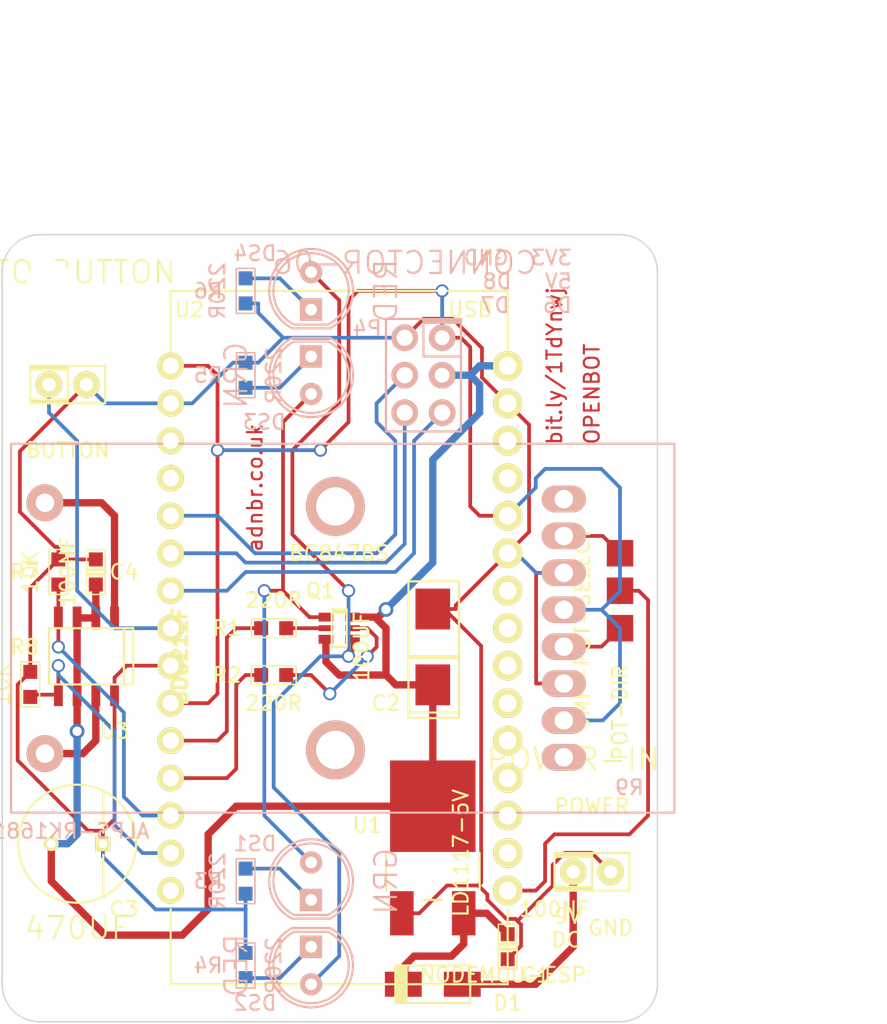
<source format=kicad_pcb>
(kicad_pcb (version 20171130) (host pcbnew "(5.1.12)-1")

  (general
    (thickness 1.6)
    (drawings 16)
    (tracks 261)
    (zones 0)
    (modules 30)
    (nets 27)
  )

  (page A3)
  (layers
    (0 F.Cu signal)
    (31 B.Cu signal)
    (32 B.Adhes user hide)
    (33 F.Adhes user hide)
    (34 B.Paste user)
    (35 F.Paste user)
    (36 B.SilkS user hide)
    (37 F.SilkS user hide)
    (38 B.Mask user)
    (39 F.Mask user)
    (40 Dwgs.User user)
    (41 Cmts.User user)
    (42 Eco1.User user)
    (43 Eco2.User user)
    (44 Edge.Cuts user)
  )

  (setup
    (last_trace_width 0.254)
    (trace_clearance 0.254)
    (zone_clearance 0.254)
    (zone_45_only no)
    (trace_min 0.254)
    (via_size 0.889)
    (via_drill 0.635)
    (via_min_size 0.889)
    (via_min_drill 0.508)
    (uvia_size 0.508)
    (uvia_drill 0.127)
    (uvias_allowed no)
    (uvia_min_size 0.508)
    (uvia_min_drill 0.127)
    (edge_width 0.1)
    (segment_width 0.2)
    (pcb_text_width 0.3)
    (pcb_text_size 1.5 1.5)
    (mod_edge_width 0.15)
    (mod_text_size 1 1)
    (mod_text_width 0.15)
    (pad_size 1.8 1.8)
    (pad_drill 0)
    (pad_to_mask_clearance 0)
    (aux_axis_origin 0 0)
    (visible_elements 7FFFFFFF)
    (pcbplotparams
      (layerselection 0x010f0_80000001)
      (usegerberextensions true)
      (usegerberattributes true)
      (usegerberadvancedattributes true)
      (creategerberjobfile true)
      (excludeedgelayer true)
      (linewidth 0.150000)
      (plotframeref false)
      (viasonmask false)
      (mode 1)
      (useauxorigin false)
      (hpglpennumber 1)
      (hpglpenspeed 20)
      (hpglpendiameter 15.000000)
      (psnegative false)
      (psa4output false)
      (plotreference true)
      (plotvalue false)
      (plotinvisibletext false)
      (padsonsilk false)
      (subtractmaskfromsilk true)
      (outputformat 1)
      (mirror false)
      (drillshape 0)
      (scaleselection 1)
      (outputdirectory "gerber/"))
  )

  (net 0 "")
  (net 1 +5V)
  (net 2 /MOTOR-A)
  (net 3 /MOTOR-B)
  (net 4 3V3)
  (net 5 GND)
  (net 6 LED-GREEN)
  (net 7 LED-RED)
  (net 8 MOTOR-FWD)
  (net 9 MOTOR-REV)
  (net 10 N-000001)
  (net 11 N-0000010)
  (net 12 N-0000011)
  (net 13 N-0000012)
  (net 14 N-0000015)
  (net 15 N-0000016)
  (net 16 N-0000017)
  (net 17 N-0000018)
  (net 18 N-000002)
  (net 19 N-0000021)
  (net 20 N-0000022)
  (net 21 N-0000023)
  (net 22 N-0000024)
  (net 23 N-000003)
  (net 24 N-000004)
  (net 25 N-000007)
  (net 26 N-000009)

  (net_class Default "This is the default net class."
    (clearance 0.254)
    (trace_width 0.254)
    (via_dia 0.889)
    (via_drill 0.635)
    (uvia_dia 0.508)
    (uvia_drill 0.127)
    (add_net 3V3)
    (add_net GND)
    (add_net LED-GREEN)
    (add_net LED-RED)
    (add_net MOTOR-FWD)
    (add_net MOTOR-REV)
    (add_net N-000001)
    (add_net N-0000010)
    (add_net N-0000011)
    (add_net N-0000015)
    (add_net N-0000016)
    (add_net N-0000017)
    (add_net N-0000018)
    (add_net N-000002)
    (add_net N-0000021)
    (add_net N-0000022)
    (add_net N-0000023)
    (add_net N-0000024)
    (add_net N-000003)
    (add_net N-000007)
    (add_net N-000009)
  )

  (net_class Power ""
    (clearance 0.254)
    (trace_width 0.5)
    (via_dia 1)
    (via_drill 0.635)
    (uvia_dia 0.508)
    (uvia_drill 0.127)
    (add_net +5V)
    (add_net /MOTOR-A)
    (add_net /MOTOR-B)
    (add_net N-0000012)
    (add_net N-000004)
  )

  (module TO-252 (layer F.Cu) (tedit 56D1E600) (tstamp 56D1B0BD)
    (at 76.2 90.17 270)
    (tags DPAK)
    (path /56B2017A)
    (fp_text reference U1 (at -1.905 4.445) (layer F.SilkS)
      (effects (font (size 1 1) (thickness 0.15)))
    )
    (fp_text value LD1117-5V (at 0 -1.905 270) (layer F.SilkS)
      (effects (font (size 1 1) (thickness 0.15)))
    )
    (fp_line (start 0 -3.175) (end 2.54 -3.175) (layer F.SilkS) (width 0.15))
    (fp_line (start 0 3.175) (end 2.54 3.175) (layer F.SilkS) (width 0.15))
    (fp_line (start 3.175 -0.635) (end 3.175 0.635) (layer F.SilkS) (width 0.15))
    (pad 2 smd rect (at -3.175 0 270) (size 6.2 5.8) (layers F.Cu F.Paste F.Mask)
      (net 1 +5V))
    (pad 3 smd rect (at 4.08 -2.1 270) (size 3 1.6) (layers F.Cu F.Paste F.Mask)
      (net 13 N-0000012))
    (pad 1 smd rect (at 4.08 2.1 270) (size 3 1.6) (layers F.Cu F.Paste F.Mask)
      (net 5 GND))
  )

  (module SOP-8 (layer F.Cu) (tedit 56D1E6B2) (tstamp 56D1B0DA)
    (at 52.705 76.835 270)
    (path /56B21BE6)
    (fp_text reference U3 (at 5.08 -1.905) (layer F.SilkS)
      (effects (font (size 1 1) (thickness 0.15)))
    )
    (fp_text value BD6211F (at 0 -6.35 270) (layer F.SilkS)
      (effects (font (size 1 1) (thickness 0.25)))
    )
    (fp_line (start -1.905 -2.54) (end 1.905 -2.54) (layer F.SilkS) (width 0.15))
    (fp_line (start -1.905 -3.175) (end -1.905 -2.54) (layer F.SilkS) (width 0.15))
    (fp_line (start -1.905 2.54) (end -1.905 -3.175) (layer F.SilkS) (width 0.15))
    (fp_line (start 1.905 2.54) (end -1.905 2.54) (layer F.SilkS) (width 0.15))
    (fp_line (start 1.905 -3.175) (end 1.905 2.54) (layer F.SilkS) (width 0.15))
    (fp_line (start -1.905 -3.175) (end 1.905 -3.175) (layer F.SilkS) (width 0.15))
    (pad 1 smd rect (at -2.6 -1.905) (size 0.6 1.55) (layers F.Cu F.Paste F.Mask)
      (net 2 /MOTOR-A))
    (pad 2 smd rect (at -2.6 -0.635) (size 0.6 1.55) (layers F.Cu F.Paste F.Mask)
      (net 1 +5V))
    (pad 3 smd rect (at -2.6 0.635) (size 0.6 1.55) (layers F.Cu F.Paste F.Mask)
      (net 1 +5V))
    (pad 4 smd rect (at -2.6 1.905) (size 0.6 1.55) (layers F.Cu F.Paste F.Mask)
      (net 8 MOTOR-FWD))
    (pad 5 smd rect (at 2.6 1.905) (size 0.6 1.55) (layers F.Cu F.Paste F.Mask)
      (net 9 MOTOR-REV))
    (pad 6 smd rect (at 2.6 0.635) (size 0.6 1.55) (layers F.Cu F.Paste F.Mask)
      (net 1 +5V))
    (pad 7 smd rect (at 2.6 -0.635) (size 0.6 1.55) (layers F.Cu F.Paste F.Mask)
      (net 3 /MOTOR-B))
    (pad 8 smd rect (at 2.6 -1.905) (size 0.6 1.55) (layers F.Cu F.Paste F.Mask)
      (net 5 GND))
  )

  (module RESISTOR-0603-REFLOW (layer F.Cu) (tedit 56D1E5D5) (tstamp 56D1B0E4)
    (at 65.405 78.105 180)
    (path /56BBB4E0)
    (solder_mask_margin 0.1)
    (fp_text reference R2 (at 3.175 0 180) (layer F.SilkS)
      (effects (font (size 1 1) (thickness 0.15)))
    )
    (fp_text value 220R (at 0 -1.905 180) (layer F.SilkS)
      (effects (font (size 1 1) (thickness 0.15)))
    )
    (fp_line (start -1.524 0.635) (end -1.524 -0.635) (layer F.SilkS) (width 0.1))
    (fp_line (start 1.524 0.635) (end -1.524 0.635) (layer F.SilkS) (width 0.1))
    (fp_line (start 1.524 -0.635) (end 1.524 0.635) (layer F.SilkS) (width 0.1))
    (fp_line (start -1.524 -0.635) (end 1.524 -0.635) (layer F.SilkS) (width 0.1))
    (pad 1 smd rect (at -0.85 0 180) (size 0.95 0.95) (layers F.Cu F.Paste F.Mask)
      (net 11 N-0000010) (solder_mask_margin 0.1))
    (pad 2 smd rect (at 0.85 0 180) (size 0.95 0.95) (layers F.Cu F.Paste F.Mask)
      (net 7 LED-RED) (solder_paste_margin 0.1))
  )

  (module RESISTOR-0603-REFLOW (layer F.Cu) (tedit 56D1E5DB) (tstamp 56D1B0EE)
    (at 65.405 74.93 180)
    (path /56BBB6A2)
    (solder_mask_margin 0.1)
    (fp_text reference R1 (at 3.175 0 180) (layer F.SilkS)
      (effects (font (size 1 1) (thickness 0.15)))
    )
    (fp_text value 220R (at 0 1.905 180) (layer F.SilkS)
      (effects (font (size 1 1) (thickness 0.15)))
    )
    (fp_line (start -1.524 0.635) (end -1.524 -0.635) (layer F.SilkS) (width 0.1))
    (fp_line (start 1.524 0.635) (end -1.524 0.635) (layer F.SilkS) (width 0.1))
    (fp_line (start 1.524 -0.635) (end 1.524 0.635) (layer F.SilkS) (width 0.1))
    (fp_line (start -1.524 -0.635) (end 1.524 -0.635) (layer F.SilkS) (width 0.1))
    (pad 1 smd rect (at -0.85 0 180) (size 0.95 0.95) (layers F.Cu F.Paste F.Mask)
      (net 12 N-0000011) (solder_mask_margin 0.1))
    (pad 2 smd rect (at 0.85 0 180) (size 0.95 0.95) (layers F.Cu F.Paste F.Mask)
      (net 6 LED-GREEN) (solder_paste_margin 0.1))
  )

  (module RESISTOR-0603-REFLOW (layer B.Cu) (tedit 56D1E687) (tstamp 56D1B0F8)
    (at 63.5 92.075 90)
    (path /56BBB687)
    (solder_mask_margin 0.1)
    (fp_text reference R3 (at 0 -2.54 180) (layer B.SilkS)
      (effects (font (size 1 1) (thickness 0.15)) (justify mirror))
    )
    (fp_text value 220R (at 0 -1.905 90) (layer B.SilkS)
      (effects (font (size 1 1) (thickness 0.15)) (justify mirror))
    )
    (fp_line (start -1.524 -0.635) (end -1.524 0.635) (layer B.SilkS) (width 0.1))
    (fp_line (start 1.524 -0.635) (end -1.524 -0.635) (layer B.SilkS) (width 0.1))
    (fp_line (start 1.524 0.635) (end 1.524 -0.635) (layer B.SilkS) (width 0.1))
    (fp_line (start -1.524 0.635) (end 1.524 0.635) (layer B.SilkS) (width 0.1))
    (pad 1 smd rect (at -0.85 0 90) (size 0.95 0.95) (layers B.Cu B.Paste B.Mask)
      (net 5 GND) (solder_mask_margin 0.1))
    (pad 2 smd rect (at 0.85 0 90) (size 0.95 0.95) (layers B.Cu B.Paste B.Mask)
      (net 20 N-0000022) (solder_paste_margin 0.1))
  )

  (module RESISTOR-0603-REFLOW (layer B.Cu) (tedit 56D1E6E4) (tstamp 56D1B102)
    (at 63.5 57.785 270)
    (path /56BBB673)
    (solder_mask_margin 0.1)
    (fp_text reference R5 (at 0 2.54) (layer B.SilkS)
      (effects (font (size 1 1) (thickness 0.15)) (justify mirror))
    )
    (fp_text value 220R (at 0 -1.905 270) (layer B.SilkS)
      (effects (font (size 1 1) (thickness 0.15)) (justify mirror))
    )
    (fp_line (start -1.524 -0.635) (end -1.524 0.635) (layer B.SilkS) (width 0.1))
    (fp_line (start 1.524 -0.635) (end -1.524 -0.635) (layer B.SilkS) (width 0.1))
    (fp_line (start 1.524 0.635) (end 1.524 -0.635) (layer B.SilkS) (width 0.1))
    (fp_line (start -1.524 0.635) (end 1.524 0.635) (layer B.SilkS) (width 0.1))
    (pad 1 smd rect (at -0.85 0 270) (size 0.95 0.95) (layers B.Cu B.Paste B.Mask)
      (net 5 GND) (solder_mask_margin 0.1))
    (pad 2 smd rect (at 0.85 0 270) (size 0.95 0.95) (layers B.Cu B.Paste B.Mask)
      (net 21 N-0000023) (solder_paste_margin 0.1))
  )

  (module RESISTOR-0603-REFLOW (layer B.Cu) (tedit 56D1E682) (tstamp 56D1B10C)
    (at 63.5 97.79 270)
    (path /56BBB296)
    (solder_mask_margin 0.1)
    (fp_text reference R4 (at 0 2.54) (layer B.SilkS)
      (effects (font (size 1 1) (thickness 0.15)) (justify mirror))
    )
    (fp_text value 220R (at 0 -1.905 270) (layer B.SilkS)
      (effects (font (size 1 1) (thickness 0.15)) (justify mirror))
    )
    (fp_line (start -1.524 -0.635) (end -1.524 0.635) (layer B.SilkS) (width 0.1))
    (fp_line (start 1.524 -0.635) (end -1.524 -0.635) (layer B.SilkS) (width 0.1))
    (fp_line (start 1.524 0.635) (end 1.524 -0.635) (layer B.SilkS) (width 0.1))
    (fp_line (start -1.524 0.635) (end 1.524 0.635) (layer B.SilkS) (width 0.1))
    (pad 1 smd rect (at -0.85 0 270) (size 0.95 0.95) (layers B.Cu B.Paste B.Mask)
      (net 5 GND) (solder_mask_margin 0.1))
    (pad 2 smd rect (at 0.85 0 270) (size 0.95 0.95) (layers B.Cu B.Paste B.Mask)
      (net 15 N-0000016) (solder_paste_margin 0.1))
  )

  (module RESISTOR-0603-REFLOW (layer B.Cu) (tedit 56D1E6DD) (tstamp 56D1B116)
    (at 63.5 52.07 90)
    (path /56BBB102)
    (solder_mask_margin 0.1)
    (fp_text reference R6 (at 0 -2.54 180) (layer B.SilkS)
      (effects (font (size 1 1) (thickness 0.15)) (justify mirror))
    )
    (fp_text value 220R (at 0 -1.905 90) (layer B.SilkS)
      (effects (font (size 1 1) (thickness 0.15)) (justify mirror))
    )
    (fp_line (start -1.524 -0.635) (end -1.524 0.635) (layer B.SilkS) (width 0.1))
    (fp_line (start 1.524 -0.635) (end -1.524 -0.635) (layer B.SilkS) (width 0.1))
    (fp_line (start 1.524 0.635) (end 1.524 -0.635) (layer B.SilkS) (width 0.1))
    (fp_line (start -1.524 0.635) (end 1.524 0.635) (layer B.SilkS) (width 0.1))
    (pad 1 smd rect (at -0.85 0 90) (size 0.95 0.95) (layers B.Cu B.Paste B.Mask)
      (net 5 GND) (solder_mask_margin 0.1))
    (pad 2 smd rect (at 0.85 0 90) (size 0.95 0.95) (layers B.Cu B.Paste B.Mask)
      (net 16 N-0000017) (solder_paste_margin 0.1))
  )

  (module RESISTOR-0603-REFLOW (layer F.Cu) (tedit 56D2158C) (tstamp 56D1B120)
    (at 50.8 71.12 270)
    (path /56B66550)
    (solder_mask_margin 0.1)
    (fp_text reference R7 (at 0 2.286) (layer F.SilkS)
      (effects (font (size 1 1) (thickness 0.15)))
    )
    (fp_text value 10K (at 0 1.905 270) (layer F.SilkS)
      (effects (font (size 1 1) (thickness 0.15)))
    )
    (fp_line (start -1.524 0.635) (end -1.524 -0.635) (layer F.SilkS) (width 0.1))
    (fp_line (start 1.524 0.635) (end -1.524 0.635) (layer F.SilkS) (width 0.1))
    (fp_line (start 1.524 -0.635) (end 1.524 0.635) (layer F.SilkS) (width 0.1))
    (fp_line (start -1.524 -0.635) (end 1.524 -0.635) (layer F.SilkS) (width 0.1))
    (pad 1 smd rect (at -0.85 0 270) (size 0.95 0.95) (layers F.Cu F.Paste F.Mask)
      (net 5 GND) (solder_mask_margin 0.1))
    (pad 2 smd rect (at 0.85 0 270) (size 0.95 0.95) (layers F.Cu F.Paste F.Mask)
      (net 8 MOTOR-FWD) (solder_paste_margin 0.1))
  )

  (module RESISTOR-0603-REFLOW (layer F.Cu) (tedit 56D21587) (tstamp 56D1B12A)
    (at 48.895 78.74 270)
    (path /56B66556)
    (solder_mask_margin 0.1)
    (fp_text reference R8 (at -2.54 0.381) (layer F.SilkS)
      (effects (font (size 1 1) (thickness 0.15)))
    )
    (fp_text value 10K (at 0 1.905 270) (layer F.SilkS)
      (effects (font (size 1 1) (thickness 0.15)))
    )
    (fp_line (start -1.524 0.635) (end -1.524 -0.635) (layer F.SilkS) (width 0.1))
    (fp_line (start 1.524 0.635) (end -1.524 0.635) (layer F.SilkS) (width 0.1))
    (fp_line (start 1.524 -0.635) (end 1.524 0.635) (layer F.SilkS) (width 0.1))
    (fp_line (start -1.524 -0.635) (end 1.524 -0.635) (layer F.SilkS) (width 0.1))
    (pad 1 smd rect (at -0.85 0 270) (size 0.95 0.95) (layers F.Cu F.Paste F.Mask)
      (net 5 GND) (solder_mask_margin 0.1))
    (pad 2 smd rect (at 0.85 0 270) (size 0.95 0.95) (layers F.Cu F.Paste F.Mask)
      (net 9 MOTOR-REV) (solder_paste_margin 0.1))
  )

  (module NODEMCU-DEVKIT (layer F.Cu) (tedit 56D20EF3) (tstamp 56D1B153)
    (at 81.28 92.71 180)
    (path /56BBBA62)
    (fp_text reference U2 (at 21.59 39.37 180) (layer F.SilkS)
      (effects (font (size 1 1) (thickness 0.15)))
    )
    (fp_text value NODEMCU-ESP12 (at -0.635 -5.715 180) (layer F.SilkS)
      (effects (font (size 1 1) (thickness 0.15)))
    )
    (fp_line (start 22.86 -6.35) (end 0 -6.35) (layer F.SilkS) (width 0.15))
    (fp_line (start 0 -6.35) (end 0 -1.27) (layer F.SilkS) (width 0.15))
    (fp_line (start 22.86 -6.35) (end 22.86 -1.27) (layer F.SilkS) (width 0.15))
    (fp_line (start 0 40.64) (end 0 35.56) (layer F.SilkS) (width 0.15))
    (fp_line (start 22.86 40.64) (end 0 40.64) (layer F.SilkS) (width 0.15))
    (fp_line (start 22.86 35.56) (end 22.86 40.64) (layer F.SilkS) (width 0.15))
    (fp_text user USB (at 2.54 39.37 180) (layer F.SilkS)
      (effects (font (size 1 1) (thickness 0.15)))
    )
    (pad 1 thru_hole circle (at 0 0 180) (size 2 2) (drill 1.2) (layers *.Cu *.Mask F.SilkS)
      (net 10 N-000001))
    (pad 2 thru_hole circle (at 0 2.54 180) (size 2 2) (drill 1.2) (layers *.Cu *.Mask F.SilkS))
    (pad 3 thru_hole circle (at 0 5.08 180) (size 2 2) (drill 1.2) (layers *.Cu *.Mask F.SilkS))
    (pad 4 thru_hole circle (at 0 7.62 180) (size 2 2) (drill 1.2) (layers *.Cu *.Mask F.SilkS))
    (pad 5 thru_hole circle (at 0 10.16 180) (size 2 2) (drill 1.2) (layers *.Cu *.Mask F.SilkS))
    (pad 6 thru_hole circle (at 0 12.7 180) (size 2 2) (drill 1.2) (layers *.Cu *.Mask F.SilkS))
    (pad 7 thru_hole circle (at 0 15.24 180) (size 2 2) (drill 1.2) (layers *.Cu *.Mask F.SilkS))
    (pad 8 thru_hole circle (at 0 17.78 180) (size 2 2) (drill 1.2) (layers *.Cu *.Mask F.SilkS))
    (pad 9 thru_hole circle (at 0 20.32 180) (size 2 2) (drill 1.2) (layers *.Cu *.Mask F.SilkS))
    (pad 10 thru_hole circle (at 0 22.86 180) (size 2 2) (drill 1.2) (layers *.Cu *.Mask F.SilkS)
      (net 5 GND))
    (pad 11 thru_hole circle (at 0 25.4 180) (size 2 2) (drill 1.2) (layers *.Cu *.Mask F.SilkS)
      (net 4 3V3))
    (pad 12 thru_hole circle (at 0 27.94 180) (size 2 2) (drill 1.2) (layers *.Cu *.Mask F.SilkS))
    (pad 13 thru_hole circle (at 0 30.48 180) (size 2 2) (drill 1.2) (layers *.Cu *.Mask F.SilkS))
    (pad 14 thru_hole circle (at 0 33.02 180) (size 2 2) (drill 1.2) (layers *.Cu *.Mask F.SilkS)
      (net 5 GND))
    (pad 15 thru_hole circle (at 0 35.56 180) (size 2 2) (drill 1.2) (layers *.Cu *.Mask F.SilkS)
      (net 1 +5V))
    (pad 16 thru_hole circle (at 22.86 35.56 180) (size 1.8 1.8) (drill 1.1) (layers *.Cu *.Mask F.SilkS)
      (net 4 3V3))
    (pad 17 thru_hole circle (at 22.86 33.02 180) (size 1.8 1.8) (drill 1.1) (layers *.Cu *.Mask F.SilkS)
      (net 5 GND))
    (pad 18 thru_hole circle (at 22.86 30.48 180) (size 1.8 1.8) (drill 1.1) (layers *.Cu *.Mask F.SilkS))
    (pad 19 thru_hole circle (at 22.86 27.94 180) (size 1.8 1.8) (drill 1.1) (layers *.Cu *.Mask F.SilkS))
    (pad 20 thru_hole circle (at 22.86 25.4 180) (size 1.8 1.8) (drill 1.1) (layers *.Cu *.Mask F.SilkS)
      (net 14 N-0000015))
    (pad 21 thru_hole circle (at 22.86 22.86 180) (size 1.8 1.8) (drill 1.1) (layers *.Cu *.Mask F.SilkS)
      (net 26 N-000009))
    (pad 22 thru_hole circle (at 22.86 20.32 180) (size 1.8 1.8) (drill 1.1) (layers *.Cu *.Mask F.SilkS)
      (net 25 N-000007))
    (pad 23 thru_hole circle (at 22.86 17.78 180) (size 1.8 1.8) (drill 1.1) (layers *.Cu *.Mask F.SilkS)
      (net 19 N-0000021))
    (pad 24 thru_hole circle (at 22.86 15.24 180) (size 1.8 1.8) (drill 1.1) (layers *.Cu *.Mask F.SilkS)
      (net 5 GND))
    (pad 25 thru_hole circle (at 22.86 12.7 180) (size 1.8 1.8) (drill 1.1) (layers *.Cu *.Mask F.SilkS)
      (net 4 3V3))
    (pad 26 thru_hole circle (at 22.86 10.16 180) (size 1.8 1.8) (drill 1.1) (layers *.Cu *.Mask F.SilkS)
      (net 6 LED-GREEN))
    (pad 27 thru_hole circle (at 22.86 7.62 180) (size 1.8 1.8) (drill 1.1) (layers *.Cu *.Mask F.SilkS)
      (net 7 LED-RED))
    (pad 28 thru_hole circle (at 22.86 5.08 180) (size 1.8 1.8) (drill 1.1) (layers *.Cu *.Mask F.SilkS)
      (net 8 MOTOR-FWD))
    (pad 29 thru_hole circle (at 22.86 2.54 180) (size 1.8 1.8) (drill 1.1) (layers *.Cu *.Mask F.SilkS)
      (net 9 MOTOR-REV))
    (pad 30 thru_hole circle (at 22.86 0 180) (size 1.8 1.8) (drill 1.1) (layers *.Cu *.Mask F.SilkS))
  )

  (module LED-5MM (layer B.Cu) (tedit 56D1E6D7) (tstamp 56D1B15D)
    (at 67.945 57.785 270)
    (path /56BBA5C3)
    (fp_text reference DS3 (at 3.175 3.175) (layer B.SilkS)
      (effects (font (size 1 1) (thickness 0.15)) (justify mirror))
    )
    (fp_text value GRN (at 0 5.08 270) (layer B.SilkS)
      (effects (font (size 1.5 1.5) (thickness 0.15)) (justify mirror))
    )
    (fp_line (start -2.286 1.143) (end -2.286 -1.143) (layer B.SilkS) (width 0.15))
    (fp_line (start -2.54 1.27) (end -2.54 -1.27) (layer B.SilkS) (width 0.15))
    (fp_arc (start 0 0) (end -2.54 1.27) (angle -307) (layer B.SilkS) (width 0.15))
    (fp_arc (start 0 0) (end -2.286 1.143) (angle -307) (layer B.SilkS) (width 0.15))
    (pad C thru_hole rect (at -1.27 0 270) (size 1.5 1.5) (drill 0.8) (layers *.Cu *.Mask B.SilkS)
      (net 21 N-0000023))
    (pad A thru_hole circle (at 1.27 0 270) (size 1.5 1.5) (drill 0.8) (layers *.Cu *.Mask B.SilkS)
      (net 17 N-0000018))
  )

  (module LED-5MM (layer B.Cu) (tedit 56D1E6EE) (tstamp 56D1B167)
    (at 67.945 52.07 90)
    (path /56BBA5E6)
    (fp_text reference DS4 (at 2.54 -3.81 180) (layer B.SilkS)
      (effects (font (size 1 1) (thickness 0.15)) (justify mirror))
    )
    (fp_text value RED (at 0 5.08 90) (layer B.SilkS)
      (effects (font (size 1.5 1.5) (thickness 0.15)) (justify mirror))
    )
    (fp_line (start -2.286 1.143) (end -2.286 -1.143) (layer B.SilkS) (width 0.15))
    (fp_line (start -2.54 1.27) (end -2.54 -1.27) (layer B.SilkS) (width 0.15))
    (fp_arc (start 0 0) (end -2.54 1.27) (angle -307) (layer B.SilkS) (width 0.15))
    (fp_arc (start 0 0) (end -2.286 1.143) (angle -307) (layer B.SilkS) (width 0.15))
    (pad C thru_hole rect (at -1.27 0 90) (size 1.5 1.5) (drill 0.8) (layers *.Cu *.Mask B.SilkS)
      (net 16 N-0000017))
    (pad A thru_hole circle (at 1.27 0 90) (size 1.5 1.5) (drill 0.8) (layers *.Cu *.Mask B.SilkS)
      (net 22 N-0000024))
  )

  (module LED-5MM (layer B.Cu) (tedit 56D1E67B) (tstamp 56D1B171)
    (at 67.945 97.79 270)
    (path /56BBA5E0)
    (fp_text reference DS2 (at 2.54 3.81) (layer B.SilkS)
      (effects (font (size 1 1) (thickness 0.15)) (justify mirror))
    )
    (fp_text value RED (at 0 5.08 270) (layer B.SilkS)
      (effects (font (size 1.5 1.5) (thickness 0.15)) (justify mirror))
    )
    (fp_line (start -2.286 1.143) (end -2.286 -1.143) (layer B.SilkS) (width 0.15))
    (fp_line (start -2.54 1.27) (end -2.54 -1.27) (layer B.SilkS) (width 0.15))
    (fp_arc (start 0 0) (end -2.54 1.27) (angle -307) (layer B.SilkS) (width 0.15))
    (fp_arc (start 0 0) (end -2.286 1.143) (angle -307) (layer B.SilkS) (width 0.15))
    (pad C thru_hole rect (at -1.27 0 270) (size 1.5 1.5) (drill 0.8) (layers *.Cu *.Mask B.SilkS)
      (net 15 N-0000016))
    (pad A thru_hole circle (at 1.27 0 270) (size 1.5 1.5) (drill 0.8) (layers *.Cu *.Mask B.SilkS)
      (net 22 N-0000024))
  )

  (module LED-5MM (layer B.Cu) (tedit 56D1E69D) (tstamp 56D1B17B)
    (at 67.945 92.075 90)
    (path /56BBA5DA)
    (fp_text reference DS1 (at 2.54 -3.81 180) (layer B.SilkS)
      (effects (font (size 1 1) (thickness 0.15)) (justify mirror))
    )
    (fp_text value GRN (at 0 5.08 90) (layer B.SilkS)
      (effects (font (size 1.5 1.5) (thickness 0.15)) (justify mirror))
    )
    (fp_line (start -2.286 1.143) (end -2.286 -1.143) (layer B.SilkS) (width 0.15))
    (fp_line (start -2.54 1.27) (end -2.54 -1.27) (layer B.SilkS) (width 0.15))
    (fp_arc (start 0 0) (end -2.54 1.27) (angle -307) (layer B.SilkS) (width 0.15))
    (fp_arc (start 0 0) (end -2.286 1.143) (angle -307) (layer B.SilkS) (width 0.15))
    (pad C thru_hole rect (at -1.27 0 90) (size 1.5 1.5) (drill 0.8) (layers *.Cu *.Mask B.SilkS)
      (net 20 N-0000022))
    (pad A thru_hole circle (at 1.27 0 90) (size 1.5 1.5) (drill 0.8) (layers *.Cu *.Mask B.SilkS)
      (net 17 N-0000018))
  )

  (module DIODE-SMA (layer F.Cu) (tedit 56D1E61A) (tstamp 56D1B18C)
    (at 76.2 99.06 180)
    (path /56B24872)
    (fp_text reference D1 (at -5.08 -1.27 180) (layer F.SilkS)
      (effects (font (size 1 1) (thickness 0.15)))
    )
    (fp_text value S1A-127 (at 0 -5.08 180) (layer F.SilkS)
      (effects (font (size 1 1) (thickness 0.15)))
    )
    (fp_line (start -2.54 1.27) (end -2.54 -1.27) (layer F.SilkS) (width 0.15))
    (fp_line (start 2.54 1.27) (end -2.54 1.27) (layer F.SilkS) (width 0.15))
    (fp_line (start 2.54 -1.27) (end 2.54 1.27) (layer F.SilkS) (width 0.15))
    (fp_line (start -2.54 -1.27) (end 2.54 -1.27) (layer F.SilkS) (width 0.15))
    (fp_line (start 2.286 -1.27) (end 2.286 1.27) (layer F.SilkS) (width 0.15))
    (fp_line (start 1.778 -1.27) (end 1.778 1.27) (layer F.SilkS) (width 0.15))
    (fp_line (start 2.032 -1.27) (end 1.778 -1.27) (layer F.SilkS) (width 0.15))
    (fp_line (start 2.032 1.27) (end 2.032 -1.27) (layer F.SilkS) (width 0.15))
    (fp_line (start 1.905 -1.27) (end 1.905 1.143) (layer F.SilkS) (width 0.15))
    (fp_line (start 2.159 1.143) (end 2.159 -1.143) (layer F.SilkS) (width 0.15))
    (fp_line (start 2.413 -1.27) (end 2.413 1.27) (layer F.SilkS) (width 0.15))
    (pad A smd rect (at -2 0 180) (size 2.5 1.7) (layers F.Cu F.Paste F.Mask)
      (net 24 N-000004))
    (pad C smd rect (at 2 0 180) (size 2.5 1.7) (layers F.Cu F.Paste F.Mask)
      (net 13 N-0000012))
  )

  (module CONN-02 (layer F.Cu) (tedit 56D21025) (tstamp 56D1B200)
    (at 85.725 91.44)
    (path /56B24863)
    (fp_text reference POWER (at 1.27 -4.445) (layer F.SilkS)
      (effects (font (size 1 1) (thickness 0.15)))
    )
    (fp_text value POWER-IN (at 0 -7.62) (layer F.SilkS)
      (effects (font (size 1.5 1.5) (thickness 0.15)))
    )
    (fp_line (start 3.81 -1.27) (end 1.27 -1.27) (layer F.SilkS) (width 0.15))
    (fp_line (start 3.81 1.27) (end 3.81 -1.27) (layer F.SilkS) (width 0.15))
    (fp_line (start 1.27 1.27) (end 3.81 1.27) (layer F.SilkS) (width 0.15))
    (fp_line (start 1.27 -1.27) (end 1.27 1.27) (layer F.SilkS) (width 0.15))
    (fp_line (start -1.27 -1.27) (end 1.27 -1.27) (layer F.SilkS) (width 0.15))
    (fp_line (start -1.27 1.27) (end -1.27 -1.27) (layer F.SilkS) (width 0.15))
    (fp_line (start 1.27 1.27) (end -1.27 1.27) (layer F.SilkS) (width 0.15))
    (fp_line (start -1.27 1.27) (end 1.27 1.27) (layer F.SilkS) (width 0.15))
    (fp_line (start -1.27 0.889) (end -1.27 1.016) (layer F.SilkS) (width 0.15))
    (fp_line (start -1.27 1.016) (end -1.27 0.889) (layer F.SilkS) (width 0.15))
    (fp_line (start -1.143 1.016) (end -1.27 1.016) (layer F.SilkS) (width 0.15))
    (fp_line (start 1.143 1.016) (end -1.143 1.016) (layer F.SilkS) (width 0.15))
    (fp_line (start 1.143 1.143) (end 1.143 1.016) (layer F.SilkS) (width 0.15))
    (fp_line (start -1.143 1.143) (end 1.143 1.143) (layer F.SilkS) (width 0.15))
    (fp_line (start 1.27 -1.016) (end -1.27 -1.016) (layer F.SilkS) (width 0.15))
    (fp_line (start 1.27 -1.143) (end 1.27 -1.016) (layer F.SilkS) (width 0.15))
    (fp_line (start -1.27 -1.143) (end 1.27 -1.143) (layer F.SilkS) (width 0.15))
    (pad 1 thru_hole circle (at 0 0) (size 1.8 1.8) (drill 0.9) (layers *.Cu *.Mask F.SilkS)
      (net 24 N-000004))
    (pad 2 thru_hole circle (at 2.54 0) (size 1.8 1.8) (drill 0.9) (layers *.Cu *.Mask F.SilkS)
      (net 5 GND))
  )

  (module CONN-02 (layer F.Cu) (tedit 56D2102F) (tstamp 56D1B217)
    (at 50.165 58.42)
    (path /56BBAC73)
    (fp_text reference BUTTON (at 1.27 4.445) (layer F.SilkS)
      (effects (font (size 1 1) (thickness 0.15)))
    )
    (fp_text value "JST TO BUTTON" (at 0 -7.62) (layer F.SilkS)
      (effects (font (size 1.5 1.5) (thickness 0.15)))
    )
    (fp_line (start 3.81 -1.27) (end 1.27 -1.27) (layer F.SilkS) (width 0.15))
    (fp_line (start 3.81 1.27) (end 3.81 -1.27) (layer F.SilkS) (width 0.15))
    (fp_line (start 1.27 1.27) (end 3.81 1.27) (layer F.SilkS) (width 0.15))
    (fp_line (start 1.27 -1.27) (end 1.27 1.27) (layer F.SilkS) (width 0.15))
    (fp_line (start -1.27 -1.27) (end 1.27 -1.27) (layer F.SilkS) (width 0.15))
    (fp_line (start -1.27 1.27) (end -1.27 -1.27) (layer F.SilkS) (width 0.15))
    (fp_line (start 1.27 1.27) (end -1.27 1.27) (layer F.SilkS) (width 0.15))
    (fp_line (start -1.27 1.27) (end 1.27 1.27) (layer F.SilkS) (width 0.15))
    (fp_line (start -1.27 0.889) (end -1.27 1.016) (layer F.SilkS) (width 0.15))
    (fp_line (start -1.27 1.016) (end -1.27 0.889) (layer F.SilkS) (width 0.15))
    (fp_line (start -1.143 1.016) (end -1.27 1.016) (layer F.SilkS) (width 0.15))
    (fp_line (start 1.143 1.016) (end -1.143 1.016) (layer F.SilkS) (width 0.15))
    (fp_line (start 1.143 1.143) (end 1.143 1.016) (layer F.SilkS) (width 0.15))
    (fp_line (start -1.143 1.143) (end 1.143 1.143) (layer F.SilkS) (width 0.15))
    (fp_line (start 1.27 -1.016) (end -1.27 -1.016) (layer F.SilkS) (width 0.15))
    (fp_line (start 1.27 -1.143) (end 1.27 -1.016) (layer F.SilkS) (width 0.15))
    (fp_line (start -1.27 -1.143) (end 1.27 -1.143) (layer F.SilkS) (width 0.15))
    (pad 1 thru_hole circle (at 0 0) (size 1.8 1.8) (drill 0.9) (layers *.Cu *.Mask F.SilkS)
      (net 19 N-0000021))
    (pad 2 thru_hole circle (at 2.54 0) (size 1.8 1.8) (drill 0.9) (layers *.Cu *.Mask F.SilkS)
      (net 5 GND))
  )

  (module CAPACITOR-POL-D_8MMxP_3.5MM (layer F.Cu) (tedit 56D21209) (tstamp 56D1B220)
    (at 52.07 89.535)
    (path /56B21671)
    (fp_text reference C3 (at 3.175 4.445) (layer F.SilkS)
      (effects (font (size 1 1) (thickness 0.15)))
    )
    (fp_text value 470UF (at 0 5.715) (layer F.SilkS)
      (effects (font (size 1.5 1.5) (thickness 0.15)))
    )
    (fp_circle (center 0 0) (end 4 0) (layer F.SilkS) (width 0.15))
    (fp_line (start 1.778 -0.762) (end 1.778 -3.556) (layer F.SilkS) (width 0.15))
    (fp_line (start 1.778 0.762) (end 1.778 3.556) (layer F.SilkS) (width 0.15))
    (pad A thru_hole circle (at -1.75 0) (size 1 1) (drill 0.6) (layers *.Cu *.Mask F.SilkS)
      (net 1 +5V))
    (pad C thru_hole rect (at 1.75 0) (size 1 1) (drill 0.6) (layers *.Cu *.Mask F.SilkS)
      (net 5 GND))
  )

  (module CAPACITOR-NP-0603-REFLOW (layer F.Cu) (tedit 56D2156E) (tstamp 56D1B246)
    (at 81.28 96.52 90)
    (path /56B20536)
    (solder_mask_margin 0.1)
    (fp_text reference C1 (at -1.905 1.905 180) (layer F.SilkS)
      (effects (font (size 1 1) (thickness 0.15)))
    )
    (fp_text value 100NF (at 2.54 3.175 180) (layer F.SilkS)
      (effects (font (size 1 1) (thickness 0.15)))
    )
    (fp_line (start -1.524 0.635) (end -1.524 -0.635) (layer F.SilkS) (width 0.1))
    (fp_line (start 1.524 0.635) (end -1.524 0.635) (layer F.SilkS) (width 0.1))
    (fp_line (start 1.524 -0.635) (end 1.524 0.635) (layer F.SilkS) (width 0.1))
    (fp_line (start -1.524 -0.635) (end 1.524 -0.635) (layer F.SilkS) (width 0.1))
    (fp_line (start -0.127 -0.635) (end -0.254 -0.635) (layer F.SilkS) (width 0.1))
    (fp_line (start -0.127 0.635) (end -0.127 -0.635) (layer F.SilkS) (width 0.1))
    (fp_line (start -0.254 0.635) (end -0.127 0.635) (layer F.SilkS) (width 0.1))
    (fp_line (start -0.254 -0.635) (end -0.254 0.635) (layer F.SilkS) (width 0.1))
    (fp_line (start 0.127 -0.635) (end 0.254 -0.635) (layer F.SilkS) (width 0.1))
    (fp_line (start 0.127 0.635) (end 0.127 -0.635) (layer F.SilkS) (width 0.1))
    (fp_line (start 0.254 0.635) (end 0.127 0.635) (layer F.SilkS) (width 0.1))
    (fp_line (start 0.254 -0.635) (end 0.254 0.635) (layer F.SilkS) (width 0.1))
    (fp_line (start -0.1905 0.635) (end -0.1905 -0.635) (layer F.SilkS) (width 0.1))
    (fp_line (start 0.1905 -0.635) (end 0.1905 0.635) (layer F.SilkS) (width 0.1))
    (pad 1 smd rect (at -0.85 0 90) (size 0.95 0.95) (layers F.Cu F.Paste F.Mask)
      (net 5 GND) (solder_mask_margin 0.1))
    (pad 2 smd rect (at 0.85 0 90) (size 0.95 0.95) (layers F.Cu F.Paste F.Mask)
      (net 13 N-0000012) (solder_paste_margin 0.1))
  )

  (module ALPS-RK16812MG-10kBx2 (layer B.Cu) (tedit 56D21201) (tstamp 56D1B25A)
    (at 85.09 74.93)
    (path /56D1B4BF)
    (fp_text reference R9 (at 4.445 10.795) (layer B.SilkS)
      (effects (font (size 1 1) (thickness 0.15)) (justify mirror))
    )
    (fp_text value ALPS-RK16812MG (at -35 13.75) (layer B.SilkS)
      (effects (font (size 1 1) (thickness 0.15)) (justify mirror))
    )
    (fp_line (start 7.5 -12.5) (end 7.5 12.5) (layer B.SilkS) (width 0.15))
    (fp_line (start -37.5 -12.5) (end -37.5 12.5) (layer B.SilkS) (width 0.15))
    (fp_line (start -37.5 12.5) (end 7.5 12.5) (layer B.SilkS) (width 0.15))
    (fp_line (start -37.5 -12.5) (end 7.5 -12.5) (layer B.SilkS) (width 0.15))
    (pad A1 thru_hole oval (at 0 -1.25) (size 3 1.8) (drill 1.25) (layers *.Cu *.Mask B.SilkS)
      (net 4 3V3))
    (pad A2 thru_hole oval (at 0 1.25) (size 3 1.8) (drill 1.25) (layers *.Cu *.Mask B.SilkS)
      (net 23 N-000003))
    (pad A3 thru_hole oval (at 0 3.75) (size 3 1.8) (drill 1.25) (layers *.Cu *.Mask B.SilkS)
      (net 5 GND))
    (pad B1 thru_hole oval (at 0 -3.75) (size 3 1.8) (drill 1.25) (layers *.Cu *.Mask B.SilkS)
      (net 5 GND))
    (pad B2 thru_hole oval (at 0 -6.25) (size 3 1.8) (drill 1.25) (layers *.Cu *.Mask B.SilkS)
      (net 18 N-000002))
    (pad B3 thru_hole oval (at 0 6.25) (size 3 1.8) (drill 1.25) (layers *.Cu *.Mask B.SilkS)
      (net 4 3V3))
    (pad DNC1 thru_hole oval (at 0 8.75) (size 3 1.8) (drill 1.25) (layers *.Cu *.Mask B.SilkS))
    (pad DNC2 thru_hole oval (at 0 -8.75) (size 3 1.8) (drill 1.25) (layers *.Cu *.Mask B.SilkS))
    (pad DNC3 thru_hole circle (at -15.5 8.25) (size 4 4) (drill 2.6) (layers *.Cu *.Mask B.SilkS))
    (pad DNC4 thru_hole circle (at -15.5 -8.25) (size 4 4) (drill 2.6) (layers *.Cu *.Mask B.SilkS))
    (pad MA thru_hole circle (at -35.2 8.5) (size 2.5 2.5) (drill 1.25) (layers *.Cu *.Mask B.SilkS)
      (net 3 /MOTOR-B))
    (pad MB thru_hole circle (at -35.2 -8.5) (size 2.5 2.5) (drill 1.25) (layers *.Cu *.Mask B.SilkS)
      (net 2 /MOTOR-A))
  )

  (module CAPACITOR-NP-0603-REFLOW (layer F.Cu) (tedit 56D1E6C6) (tstamp 56D1B5F9)
    (at 53.34 71.12 270)
    (path /56B21CD9)
    (solder_mask_margin 0.1)
    (fp_text reference C4 (at 0 -1.905) (layer F.SilkS)
      (effects (font (size 1 1) (thickness 0.15)))
    )
    (fp_text value 100NF (at 0 1.905 270) (layer F.SilkS)
      (effects (font (size 1 1) (thickness 0.15)))
    )
    (fp_line (start -1.524 0.635) (end -1.524 -0.635) (layer F.SilkS) (width 0.1))
    (fp_line (start 1.524 0.635) (end -1.524 0.635) (layer F.SilkS) (width 0.1))
    (fp_line (start 1.524 -0.635) (end 1.524 0.635) (layer F.SilkS) (width 0.1))
    (fp_line (start -1.524 -0.635) (end 1.524 -0.635) (layer F.SilkS) (width 0.1))
    (fp_line (start -0.127 -0.635) (end -0.254 -0.635) (layer F.SilkS) (width 0.1))
    (fp_line (start -0.127 0.635) (end -0.127 -0.635) (layer F.SilkS) (width 0.1))
    (fp_line (start -0.254 0.635) (end -0.127 0.635) (layer F.SilkS) (width 0.1))
    (fp_line (start -0.254 -0.635) (end -0.254 0.635) (layer F.SilkS) (width 0.1))
    (fp_line (start 0.127 -0.635) (end 0.254 -0.635) (layer F.SilkS) (width 0.1))
    (fp_line (start 0.127 0.635) (end 0.127 -0.635) (layer F.SilkS) (width 0.1))
    (fp_line (start 0.254 0.635) (end 0.127 0.635) (layer F.SilkS) (width 0.1))
    (fp_line (start 0.254 -0.635) (end 0.254 0.635) (layer F.SilkS) (width 0.1))
    (fp_line (start -0.1905 0.635) (end -0.1905 -0.635) (layer F.SilkS) (width 0.1))
    (fp_line (start 0.1905 -0.635) (end 0.1905 0.635) (layer F.SilkS) (width 0.1))
    (pad 1 smd rect (at -0.85 0 270) (size 0.95 0.95) (layers F.Cu F.Paste F.Mask)
      (net 5 GND) (solder_mask_margin 0.1))
    (pad 2 smd rect (at 0.85 0 270) (size 0.95 0.95) (layers F.Cu F.Paste F.Mask)
      (net 1 +5V) (solder_paste_margin 0.1))
  )

  (module CAP_POL_KEMET_C (layer F.Cu) (tedit 56D1E6AA) (tstamp 56D1B232)
    (at 76.2 76.2 270)
    (path /56BBAB48)
    (fp_text reference C2 (at 3.81 3.175) (layer F.SilkS)
      (effects (font (size 1 1) (thickness 0.15)))
    )
    (fp_text value 100UF (at 0 4.826 270) (layer F.SilkS)
      (effects (font (size 1 1) (thickness 0.15)))
    )
    (fp_line (start -4.445 1.651) (end -4.445 -1.778) (layer F.SilkS) (width 0.15))
    (fp_line (start 4.445 1.651) (end -4.445 1.651) (layer F.SilkS) (width 0.15))
    (fp_line (start 4.445 -1.778) (end 4.445 1.651) (layer F.SilkS) (width 0.15))
    (fp_line (start -4.445 -1.778) (end 4.445 -1.778) (layer F.SilkS) (width 0.15))
    (fp_line (start 0.635 -1.778) (end 0.635 1.651) (layer F.SilkS) (width 0.15))
    (fp_line (start 0.762 -1.778) (end 0.762 1.651) (layer F.SilkS) (width 0.15))
    (fp_line (start 4.826 1.651) (end 4.572 1.651) (layer F.SilkS) (width 0.15))
    (fp_line (start 4.826 -1.778) (end 4.826 1.651) (layer F.SilkS) (width 0.15))
    (fp_line (start 4.445 -1.778) (end 4.826 -1.778) (layer F.SilkS) (width 0.15))
    (fp_line (start 4.572 1.651) (end 4.445 1.651) (layer F.SilkS) (width 0.15))
    (pad A smd rect (at 2.57 0 270) (size 2.77 2.35) (layers F.Cu F.Paste F.Mask)
      (net 1 +5V))
    (pad C smd rect (at -2.57 0 270) (size 2.77 2.35) (layers F.Cu F.Paste F.Mask)
      (net 5 GND))
  )

  (module SOT363 (layer F.Cu) (tedit 56D1E58C) (tstamp 56D1B0C8)
    (at 69.85 74.93)
    (path /56C06B63)
    (fp_text reference Q1 (at -1.27 -2.54) (layer F.SilkS)
      (effects (font (size 1 1) (thickness 0.15)))
    )
    (fp_text value BC847BS (at 0 -5.08) (layer F.SilkS)
      (effects (font (size 1 1) (thickness 0.15)))
    )
    (fp_line (start -0.508 1.27) (end -0.508 -1.27) (layer F.SilkS) (width 0.15))
    (fp_line (start 0.508 1.27) (end -0.508 1.27) (layer F.SilkS) (width 0.15))
    (fp_line (start 0.508 -1.27) (end 0.508 1.27) (layer F.SilkS) (width 0.15))
    (fp_line (start -0.508 -1.27) (end 0.508 -1.27) (layer F.SilkS) (width 0.15))
    (fp_line (start -0.508 -1.016) (end 0.508 -1.016) (layer F.SilkS) (width 0.15))
    (fp_line (start 0.508 -1.143) (end -0.508 -1.143) (layer F.SilkS) (width 0.15))
    (pad 5 smd rect (at 0.9 0) (size 1 0.4) (layers F.Cu F.Paste F.Mask)
      (net 11 N-0000010) (clearance 0.1))
    (pad 2 smd rect (at -0.9 0) (size 1 0.4) (layers F.Cu F.Paste F.Mask)
      (net 12 N-0000011) (clearance 0.1))
    (pad 4 smd rect (at 0.9 0.75) (size 1 0.6) (layers F.Cu F.Paste F.Mask)
      (net 22 N-0000024) (clearance 0.1))
    (pad 1 smd rect (at -0.9 -0.75) (size 1 0.6) (layers F.Cu F.Paste F.Mask)
      (net 17 N-0000018) (clearance 0.1))
    (pad 6 smd rect (at 0.9 -0.75) (size 1 0.6) (layers F.Cu F.Paste F.Mask)
      (net 1 +5V) (clearance 0.1))
    (pad 3 smd rect (at -0.9 0.75) (size 1 0.6) (layers F.Cu F.Paste F.Mask)
      (net 1 +5V) (clearance 0.1))
  )

  (module CONN-06-2x3 (layer B.Cu) (tedit 56D2152D) (tstamp 56D1C36E)
    (at 76.835 55.245 180)
    (path /56D1C288)
    (fp_text reference P4 (at 5.08 0.635 180) (layer B.SilkS)
      (effects (font (size 1 1) (thickness 0.15)) (justify mirror))
    )
    (fp_text value CONNECTOR-06 (at 2.54 5.08 180) (layer B.SilkS)
      (effects (font (size 1.5 1.5) (thickness 0.15)) (justify mirror))
    )
    (fp_line (start 3.81 1.27) (end 1.27 1.27) (layer B.SilkS) (width 0.15))
    (fp_line (start 3.81 -1.27) (end 3.81 1.27) (layer B.SilkS) (width 0.15))
    (fp_line (start -1.27 1.27) (end 1.27 1.27) (layer B.SilkS) (width 0.15))
    (fp_line (start -1.27 -1.27) (end -1.27 1.27) (layer B.SilkS) (width 0.15))
    (fp_line (start -1.27 -0.889) (end -1.27 -1.016) (layer B.SilkS) (width 0.15))
    (fp_line (start -1.27 -1.016) (end -1.27 -0.889) (layer B.SilkS) (width 0.15))
    (fp_line (start 1.27 1.016) (end -1.27 1.016) (layer B.SilkS) (width 0.15))
    (fp_line (start 1.27 1.143) (end 1.27 1.016) (layer B.SilkS) (width 0.15))
    (fp_line (start -1.27 1.143) (end 1.27 1.143) (layer B.SilkS) (width 0.15))
    (fp_line (start -1.27 -6.35) (end -1.27 -1.27) (layer B.SilkS) (width 0.15))
    (fp_line (start 3.81 -6.35) (end -1.27 -6.35) (layer B.SilkS) (width 0.15))
    (fp_line (start 3.81 -1.27) (end 3.81 -6.35) (layer B.SilkS) (width 0.15))
    (fp_line (start 1.27 -1.27) (end 1.27 1.27) (layer B.SilkS) (width 0.15))
    (fp_line (start -1.27 -1.27) (end 1.27 -1.27) (layer B.SilkS) (width 0.15))
    (pad 1 thru_hole circle (at 0 0 180) (size 1.8 1.8) (drill 1) (layers *.Cu *.Mask B.SilkS)
      (net 4 3V3))
    (pad 2 thru_hole circle (at 0 -2.54 180) (size 1.8 1.8) (drill 1) (layers *.Cu *.Mask B.SilkS)
      (net 1 +5V))
    (pad 3 thru_hole circle (at 0 -5.08 180) (size 1.8 1.8) (drill 1.1) (layers *.Cu *.Mask B.SilkS)
      (net 25 N-000007))
    (pad 4 thru_hole circle (at 2.54 -5.08 180) (size 1.8 1.8) (drill 1.1) (layers *.Cu *.Mask B.SilkS)
      (net 26 N-000009))
    (pad 5 thru_hole circle (at 2.54 -2.54 180) (size 1.8 1.8) (drill 1.1) (layers *.Cu *.Mask B.SilkS)
      (net 14 N-0000015))
    (pad 6 thru_hole circle (at 2.54 0 180) (size 1.8 1.8) (drill 1.1) (layers *.Cu *.Mask B.SilkS)
      (net 5 GND))
  )

  (module SJ-03 (layer F.Cu) (tedit 56D212C8) (tstamp 56D1B1CE)
    (at 88.9 74.93 90)
    (path /56B2427E)
    (fp_text reference POT-DIR (at -5.715 0 90) (layer F.SilkS)
      (effects (font (size 1 1) (thickness 0.15)))
    )
    (fp_text value JMP-POT-SELECT (at 0 -2.54 90) (layer F.SilkS)
      (effects (font (size 1 1) (thickness 0.15)))
    )
    (pad 1 smd rect (at 0 0 90) (size 1.8 1.8) (layers F.Cu F.Paste F.Mask)
      (net 23 N-000003))
    (pad 2 smd rect (at 2.54 0 90) (size 1.8 1.8) (layers F.Cu F.Paste F.Mask)
      (net 10 N-000001))
    (pad 3 smd rect (at 5.08 0 90) (size 1.8 1.8) (layers F.Cu F.Paste F.Mask)
      (net 18 N-000002))
  )

  (module M3-HOLE (layer F.Cu) (tedit 0) (tstamp 56D1E7CF)
    (at 50.165 98.425)
    (fp_text reference M3-HOLE_4 (at 0 -3.81) (layer F.SilkS) hide
      (effects (font (size 1 1) (thickness 0.15)))
    )
    (fp_text value VAL** (at 0 3.81) (layer F.SilkS) hide
      (effects (font (size 1.5 1.5) (thickness 0.15)))
    )
    (pad "" np_thru_hole circle (at 0 0) (size 3 3) (drill 3) (layers *.Cu))
  )

  (module M3-HOLE (layer F.Cu) (tedit 56D1E609) (tstamp 56D1E7D8)
    (at 88.265 98.425)
    (fp_text reference M3-HOLE_3 (at 0 -2.54) (layer F.SilkS) hide
      (effects (font (size 1 1) (thickness 0.15)))
    )
    (fp_text value VAL** (at 0 3.81) (layer F.SilkS) hide
      (effects (font (size 1 1) (thickness 0.15)))
    )
    (pad "" np_thru_hole circle (at 0 0) (size 3 3) (drill 3) (layers *.Cu))
  )

  (module M3-HOLE (layer F.Cu) (tedit 56D1E762) (tstamp 56D1E7E1)
    (at 88.265 51.435)
    (fp_text reference M3-HOLE_2 (at 0 -3.81) (layer F.SilkS) hide
      (effects (font (size 1.5 1.5) (thickness 0.15)))
    )
    (fp_text value VAL** (at 0 3.81) (layer F.SilkS) hide
      (effects (font (size 1.5 1.5) (thickness 0.15)))
    )
    (pad "" np_thru_hole circle (at 0 0) (size 3 3) (drill 3) (layers *.Cu))
  )

  (module M3-HOLE (layer F.Cu) (tedit 0) (tstamp 56D1E7EA)
    (at 50.165 51.435)
    (fp_text reference M3-HOLE (at 0 -3.81) (layer F.SilkS) hide
      (effects (font (size 1.5 1.5) (thickness 0.15)))
    )
    (fp_text value VAL** (at 0 3.81) (layer F.SilkS) hide
      (effects (font (size 1.5 1.5) (thickness 0.15)))
    )
    (pad "" np_thru_hole circle (at 0 0) (size 3 3) (drill 3) (layers *.Cu))
  )

  (gr_text "3V3  GND \n5V   D8\nD6   D7" (at 85.725 51.435) (layer B.SilkS)
    (effects (font (size 1 1) (thickness 0.15)) (justify left mirror))
  )
  (gr_text adnbr.co.uk (at 64.135 65.405 90) (layer F.Cu)
    (effects (font (size 1 1) (thickness 0.15)))
  )
  (gr_text GND (at 88.265 95.25) (layer F.SilkS)
    (effects (font (size 1 1) (thickness 0.15)))
  )
  (gr_text "9V\nDC" (at 86.36 95.25) (layer F.SilkS)
    (effects (font (size 1 1) (thickness 0.15)) (justify right))
  )
  (gr_text bit.ly/1TdYnwj (at 84.455 57.15 90) (layer F.Cu)
    (effects (font (size 1 1) (thickness 0.15)))
  )
  (gr_text OPENBOT (at 86.995 59.055 90) (layer F.Cu)
    (effects (font (size 1 1) (thickness 0.15)))
  )
  (dimension 53.34378 (width 0.3) (layer Cmts.User)
    (gr_text "53.344 mm" (at 100.749179 74.838076 270.6820604) (layer Cmts.User)
      (effects (font (size 1.5 1.5) (thickness 0.3)))
    )
    (feature1 (pts (xy 93.345 101.6) (xy 102.416583 101.492006)))
    (feature2 (pts (xy 92.71 48.26) (xy 101.781583 48.152006)))
    (crossbar (pts (xy 99.081775 48.184146) (xy 99.716775 101.524146)))
    (arrow1a (pts (xy 99.716775 101.524146) (xy 99.116987 100.404703)))
    (arrow1b (pts (xy 99.716775 101.524146) (xy 100.289744 100.390742)))
    (arrow2a (pts (xy 99.081775 48.184146) (xy 98.508806 49.31755)))
    (arrow2b (pts (xy 99.081775 48.184146) (xy 99.681563 49.303589)))
  )
  (dimension 44.45 (width 0.3) (layer Cmts.User)
    (gr_text "44.450 mm" (at 69.215 34.210001) (layer Cmts.User)
      (effects (font (size 1.5 1.5) (thickness 0.3)))
    )
    (feature1 (pts (xy 91.44 45.72) (xy 91.44 32.860001)))
    (feature2 (pts (xy 46.99 45.72) (xy 46.99 32.860001)))
    (crossbar (pts (xy 46.99 35.560001) (xy 91.44 35.560001)))
    (arrow1a (pts (xy 91.44 35.560001) (xy 90.313497 36.146421)))
    (arrow1b (pts (xy 91.44 35.560001) (xy 90.313497 34.973581)))
    (arrow2a (pts (xy 46.99 35.560001) (xy 48.116503 36.146421)))
    (arrow2b (pts (xy 46.99 35.560001) (xy 48.116503 34.973581)))
  )
  (gr_arc (start 88.9 99.06) (end 91.44 99.06) (angle 90) (layer Edge.Cuts) (width 0.1))
  (gr_arc (start 88.9 50.8) (end 88.9 48.26) (angle 90) (layer Edge.Cuts) (width 0.1))
  (gr_arc (start 49.53 99.06) (end 49.53 101.6) (angle 90) (layer Edge.Cuts) (width 0.1))
  (gr_arc (start 49.53 50.8) (end 46.99 50.8) (angle 90) (layer Edge.Cuts) (width 0.1))
  (gr_line (start 49.53 48.26) (end 88.9 48.26) (angle 90) (layer Edge.Cuts) (width 0.1))
  (gr_line (start 46.99 99.06) (end 46.99 50.8) (angle 90) (layer Edge.Cuts) (width 0.1))
  (gr_line (start 88.9 101.6) (end 49.53 101.6) (angle 90) (layer Edge.Cuts) (width 0.1))
  (gr_line (start 91.44 50.8) (end 91.44 99.06) (angle 90) (layer Edge.Cuts) (width 0.1))

  (segment (start 72.275 74.18) (end 73.025 74.93) (width 0.5) (layer F.Cu) (net 1))
  (segment (start 73.025 74.93) (end 73.025 78.105) (width 0.5) (layer F.Cu) (net 1))
  (segment (start 73.025 78.105) (end 73.69 78.77) (width 0.5) (layer F.Cu) (net 1))
  (segment (start 73.69 78.77) (end 76.2 78.77) (width 0.5) (layer F.Cu) (net 1))
  (segment (start 70.75 74.18) (end 72.275 74.18) (width 0.5) (layer F.Cu) (net 1))
  (segment (start 68.95 75.68) (end 68.95 77.205) (width 0.5) (layer F.Cu) (net 1))
  (segment (start 68.95 77.205) (end 69.85 78.105) (width 0.5) (layer F.Cu) (net 1))
  (segment (start 69.85 78.105) (end 73.025 78.105) (width 0.5) (layer F.Cu) (net 1))
  (segment (start 81.28 57.15) (end 79.375 57.15) (width 0.5) (layer B.Cu) (net 1))
  (segment (start 79.375 57.15) (end 78.74 57.785) (width 0.5) (layer B.Cu) (net 1))
  (segment (start 76.835 57.785) (end 78.74 57.785) (width 0.5) (layer B.Cu) (net 1))
  (segment (start 76.2 78.77) (end 76.2 86.995) (width 0.5) (layer F.Cu) (net 1))
  (segment (start 52.07 74.235) (end 53.34 74.235) (width 0.5) (layer F.Cu) (net 1))
  (segment (start 53.34 74.235) (end 53.34 71.97) (width 0.5) (layer F.Cu) (net 1))
  (segment (start 52.07 74.235) (end 52.07 79.435) (width 0.5) (layer F.Cu) (net 1))
  (segment (start 78.74 57.785) (end 79.375 58.42) (width 0.5) (layer B.Cu) (net 1))
  (segment (start 79.375 58.42) (end 79.375 60.325) (width 0.5) (layer B.Cu) (net 1))
  (segment (start 79.375 60.325) (end 76.2 63.5) (width 0.5) (layer B.Cu) (net 1))
  (segment (start 76.2 63.5) (end 76.2 70.485) (width 0.5) (layer B.Cu) (net 1))
  (segment (start 76.2 70.485) (end 73.025 73.66) (width 0.5) (layer B.Cu) (net 1))
  (segment (start 73.025 73.66) (end 72.505 74.18) (width 0.5) (layer F.Cu) (net 1))
  (segment (start 72.505 74.18) (end 72.275 74.18) (width 0.5) (layer F.Cu) (net 1))
  (segment (start 76.2 86.995) (end 62.865 86.995) (width 0.5) (layer F.Cu) (net 1))
  (segment (start 62.865 86.995) (end 60.96 88.9) (width 0.5) (layer F.Cu) (net 1))
  (segment (start 60.96 88.9) (end 60.96 93.98) (width 0.5) (layer F.Cu) (net 1))
  (segment (start 60.96 93.98) (end 59.21 95.73) (width 0.5) (layer F.Cu) (net 1))
  (segment (start 59.21 95.73) (end 53.975 95.73) (width 0.5) (layer F.Cu) (net 1))
  (segment (start 53.975 95.73) (end 50.32 92.075) (width 0.5) (layer F.Cu) (net 1))
  (segment (start 50.32 92.075) (end 50.32 89.535) (width 0.5) (layer F.Cu) (net 1))
  (segment (start 52.07 81.915) (end 52.07 79.435) (width 0.5) (layer F.Cu) (net 1))
  (segment (start 50.32 89.535) (end 51.435 89.535) (width 0.5) (layer B.Cu) (net 1))
  (segment (start 51.435 89.535) (end 52.07 88.9) (width 0.5) (layer B.Cu) (net 1))
  (segment (start 52.07 88.9) (end 52.07 81.915) (width 0.5) (layer B.Cu) (net 1))
  (via (at 73.025 73.66) (size 1) (layers F.Cu B.Cu) (net 1))
  (via (at 52.07 81.915) (size 1) (layers F.Cu B.Cu) (net 1))
  (segment (start 54.61 74.235) (end 54.61 67.31) (width 0.5) (layer F.Cu) (net 2))
  (segment (start 54.61 67.31) (end 53.73 66.43) (width 0.5) (layer F.Cu) (net 2))
  (segment (start 53.73 66.43) (end 49.89 66.43) (width 0.5) (layer F.Cu) (net 2))
  (segment (start 49.89 83.43) (end 52.46 83.43) (width 0.5) (layer F.Cu) (net 3))
  (segment (start 52.46 83.43) (end 53.34 82.55) (width 0.5) (layer F.Cu) (net 3))
  (segment (start 53.34 82.55) (end 53.34 79.435) (width 0.5) (layer F.Cu) (net 3))
  (segment (start 87.65 73.68) (end 88.9 74.93) (width 0.254) (layer B.Cu) (net 4))
  (segment (start 88.9 74.93) (end 88.9 80.01) (width 0.254) (layer B.Cu) (net 4))
  (segment (start 88.9 80.01) (end 87.73 81.18) (width 0.254) (layer B.Cu) (net 4))
  (segment (start 87.73 81.18) (end 85.09 81.18) (width 0.254) (layer B.Cu) (net 4))
  (segment (start 85.09 73.68) (end 87.65 73.68) (width 0.254) (layer B.Cu) (net 4))
  (segment (start 81.28 67.31) (end 83.185 65.405) (width 0.254) (layer B.Cu) (net 4))
  (segment (start 83.185 65.405) (end 83.185 64.77) (width 0.254) (layer B.Cu) (net 4))
  (segment (start 83.185 64.77) (end 83.82 64.135) (width 0.254) (layer B.Cu) (net 4))
  (segment (start 83.82 64.135) (end 87.63 64.135) (width 0.254) (layer B.Cu) (net 4))
  (segment (start 87.63 64.135) (end 88.9 65.405) (width 0.254) (layer B.Cu) (net 4))
  (segment (start 88.9 65.405) (end 88.9 72.43) (width 0.254) (layer B.Cu) (net 4))
  (segment (start 88.9 72.43) (end 87.65 73.68) (width 0.254) (layer B.Cu) (net 4))
  (segment (start 76.835 55.245) (end 78.105 55.245) (width 0.254) (layer F.Cu) (net 4))
  (segment (start 78.105 55.245) (end 78.74 55.88) (width 0.254) (layer F.Cu) (net 4))
  (segment (start 78.74 55.88) (end 78.74 66.675) (width 0.254) (layer F.Cu) (net 4))
  (segment (start 78.74 66.675) (end 79.375 67.31) (width 0.254) (layer F.Cu) (net 4))
  (segment (start 79.375 67.31) (end 81.28 67.31) (width 0.254) (layer F.Cu) (net 4))
  (segment (start 61.595 62.865) (end 61.595 57.785) (width 0.254) (layer F.Cu) (net 4))
  (segment (start 61.595 57.785) (end 60.96 57.15) (width 0.254) (layer F.Cu) (net 4))
  (segment (start 60.96 57.15) (end 58.42 57.15) (width 0.254) (layer F.Cu) (net 4))
  (segment (start 58.42 80.01) (end 60.96 80.01) (width 0.254) (layer F.Cu) (net 4))
  (segment (start 60.96 80.01) (end 61.595 79.375) (width 0.254) (layer F.Cu) (net 4))
  (segment (start 61.595 79.375) (end 61.595 62.865) (width 0.254) (layer F.Cu) (net 4))
  (segment (start 76.835 52.07) (end 71.12 52.07) (width 0.254) (layer F.Cu) (net 4))
  (segment (start 71.12 52.07) (end 70.485 52.705) (width 0.254) (layer F.Cu) (net 4))
  (segment (start 70.485 52.705) (end 70.485 60.96) (width 0.254) (layer F.Cu) (net 4))
  (segment (start 70.485 60.96) (end 68.58 62.865) (width 0.254) (layer F.Cu) (net 4))
  (segment (start 68.58 62.865) (end 61.595 62.865) (width 0.254) (layer B.Cu) (net 4))
  (segment (start 76.835 55.245) (end 76.835 52.07) (width 0.254) (layer B.Cu) (net 4))
  (via (at 76.835 52.07) (size 0.889) (layers F.Cu B.Cu) (net 4))
  (via (at 68.58 62.865) (size 0.889) (layers F.Cu B.Cu) (net 4))
  (via (at 61.595 62.865) (size 0.889) (layers F.Cu B.Cu) (net 4))
  (segment (start 53.82 88.6539) (end 52.8047 88.6539) (width 0.254) (layer F.Cu) (net 5))
  (segment (start 52.8047 88.6539) (end 48.0388 83.888) (width 0.254) (layer F.Cu) (net 5))
  (segment (start 48.0388 83.888) (end 48.0388 78.7462) (width 0.254) (layer F.Cu) (net 5))
  (segment (start 48.0388 78.7462) (end 48.895 77.89) (width 0.254) (layer F.Cu) (net 5))
  (segment (start 53.82 88.7809) (end 53.82 88.6539) (width 0.254) (layer F.Cu) (net 5))
  (segment (start 53.82 89.535) (end 53.82 88.7809) (width 0.254) (layer F.Cu) (net 5))
  (segment (start 63.5 93.9915) (end 63.5 92.925) (width 0.254) (layer B.Cu) (net 5))
  (segment (start 63.5 96.94) (end 63.5 93.9915) (width 0.254) (layer B.Cu) (net 5))
  (segment (start 63.5 93.9915) (end 57.3954 93.9915) (width 0.254) (layer B.Cu) (net 5))
  (segment (start 57.3954 93.9915) (end 53.82 90.4161) (width 0.254) (layer B.Cu) (net 5))
  (segment (start 53.82 89.535) (end 53.82 90.4161) (width 0.254) (layer B.Cu) (net 5))
  (segment (start 74.295 55.245) (end 75.5822 53.9578) (width 0.254) (layer F.Cu) (net 5))
  (segment (start 75.5822 53.9578) (end 77.5493 53.9578) (width 0.254) (layer F.Cu) (net 5))
  (segment (start 77.5493 53.9578) (end 79.5346 55.9431) (width 0.254) (layer F.Cu) (net 5))
  (segment (start 79.5346 55.9431) (end 79.5346 57.9446) (width 0.254) (layer F.Cu) (net 5))
  (segment (start 79.5346 57.9446) (end 81.28 59.69) (width 0.254) (layer F.Cu) (net 5))
  (segment (start 63.5 52.92) (end 64.3561 52.92) (width 0.254) (layer B.Cu) (net 5))
  (segment (start 66.0461 55.245) (end 64.3561 56.935) (width 0.254) (layer B.Cu) (net 5))
  (segment (start 74.295 55.245) (end 66.0461 55.245) (width 0.254) (layer B.Cu) (net 5))
  (segment (start 64.3561 52.92) (end 64.3561 53.555) (width 0.254) (layer B.Cu) (net 5))
  (segment (start 64.3561 53.555) (end 66.0461 55.245) (width 0.254) (layer B.Cu) (net 5))
  (segment (start 50.8 70.27) (end 50.8 69.4139) (width 0.254) (layer F.Cu) (net 5))
  (segment (start 50.8 69.4139) (end 50.5592 69.4139) (width 0.254) (layer F.Cu) (net 5))
  (segment (start 50.5592 69.4139) (end 48.1892 67.0439) (width 0.254) (layer F.Cu) (net 5))
  (segment (start 48.1892 67.0439) (end 48.1892 62.9358) (width 0.254) (layer F.Cu) (net 5))
  (segment (start 48.1892 62.9358) (end 52.705 58.42) (width 0.254) (layer F.Cu) (net 5))
  (segment (start 48.895 77.89) (end 48.895 72.175) (width 0.254) (layer F.Cu) (net 5))
  (segment (start 48.895 72.175) (end 50.8 70.27) (width 0.254) (layer F.Cu) (net 5))
  (segment (start 79.2925 92.3688) (end 77.1623 92.3688) (width 0.254) (layer F.Cu) (net 5))
  (segment (start 77.1623 92.3688) (end 75.2811 94.25) (width 0.254) (layer F.Cu) (net 5))
  (segment (start 81.9442 94.7705) (end 81.8059 94.6323) (width 0.254) (layer F.Cu) (net 5))
  (segment (start 81.8059 94.6323) (end 81.192 94.6323) (width 0.254) (layer F.Cu) (net 5))
  (segment (start 81.192 94.6323) (end 79.8988 93.3391) (width 0.254) (layer F.Cu) (net 5))
  (segment (start 79.8988 93.3391) (end 79.8988 92.9751) (width 0.254) (layer F.Cu) (net 5))
  (segment (start 79.8988 92.9751) (end 79.2925 92.3688) (width 0.254) (layer F.Cu) (net 5))
  (segment (start 76.9781 73.63) (end 79.4812 76.1331) (width 0.254) (layer F.Cu) (net 5))
  (segment (start 79.4812 76.1331) (end 79.4812 92.1801) (width 0.254) (layer F.Cu) (net 5))
  (segment (start 79.4812 92.1801) (end 79.2925 92.3688) (width 0.254) (layer F.Cu) (net 5))
  (segment (start 76.9781 73.63) (end 77.7561 73.63) (width 0.254) (layer F.Cu) (net 5))
  (segment (start 76.2 73.63) (end 76.9781 73.63) (width 0.254) (layer F.Cu) (net 5))
  (segment (start 81.28 59.69) (end 82.7322 61.1422) (width 0.254) (layer F.Cu) (net 5))
  (segment (start 82.7322 61.1422) (end 82.7322 68.3978) (width 0.254) (layer F.Cu) (net 5))
  (segment (start 82.7322 68.3978) (end 81.28 69.85) (width 0.254) (layer F.Cu) (net 5))
  (segment (start 63.5 56.935) (end 62.6439 56.935) (width 0.254) (layer B.Cu) (net 5))
  (segment (start 58.42 59.69) (end 59.8889 59.69) (width 0.254) (layer B.Cu) (net 5))
  (segment (start 59.8889 59.69) (end 62.6439 56.935) (width 0.254) (layer B.Cu) (net 5))
  (segment (start 52.705 58.42) (end 53.975 59.69) (width 0.254) (layer B.Cu) (net 5))
  (segment (start 53.975 59.69) (end 58.42 59.69) (width 0.254) (layer B.Cu) (net 5))
  (segment (start 54.61 79.435) (end 54.61 78.2789) (width 0.254) (layer F.Cu) (net 5))
  (segment (start 58.42 77.47) (end 55.4189 77.47) (width 0.254) (layer F.Cu) (net 5))
  (segment (start 55.4189 77.47) (end 54.61 78.2789) (width 0.254) (layer F.Cu) (net 5))
  (segment (start 81.28 97.37) (end 82.1861 96.4639) (width 0.254) (layer F.Cu) (net 5))
  (segment (start 82.1861 96.4639) (end 82.1861 95.0125) (width 0.254) (layer F.Cu) (net 5))
  (segment (start 82.1861 95.0125) (end 81.9442 94.7705) (width 0.254) (layer F.Cu) (net 5))
  (segment (start 81.9442 94.7705) (end 84.3282 92.3865) (width 0.254) (layer F.Cu) (net 5))
  (segment (start 84.3282 92.3865) (end 84.3282 90.9762) (width 0.254) (layer F.Cu) (net 5))
  (segment (start 84.3282 90.9762) (end 85.15 90.1544) (width 0.254) (layer F.Cu) (net 5))
  (segment (start 85.15 90.1544) (end 86.9794 90.1544) (width 0.254) (layer F.Cu) (net 5))
  (segment (start 86.9794 90.1544) (end 88.265 91.44) (width 0.254) (layer F.Cu) (net 5))
  (segment (start 74.1 94.25) (end 75.2811 94.25) (width 0.254) (layer F.Cu) (net 5))
  (segment (start 53.82 88.6539) (end 54.61 87.8639) (width 0.254) (layer F.Cu) (net 5))
  (segment (start 54.61 87.8639) (end 54.61 79.435) (width 0.254) (layer F.Cu) (net 5))
  (segment (start 53.34 70.27) (end 50.8 70.27) (width 0.254) (layer F.Cu) (net 5))
  (segment (start 85.09 71.18) (end 83.2089 71.18) (width 0.254) (layer F.Cu) (net 5))
  (segment (start 85.09 78.68) (end 83.2089 78.68) (width 0.254) (layer F.Cu) (net 5))
  (segment (start 83.2089 78.68) (end 83.2089 71.18) (width 0.254) (layer F.Cu) (net 5))
  (segment (start 85.09 71.18) (end 83.2089 71.18) (width 0.254) (layer B.Cu) (net 5))
  (segment (start 83.2089 71.18) (end 81.8789 69.85) (width 0.254) (layer B.Cu) (net 5))
  (segment (start 81.8789 69.85) (end 81.28 69.85) (width 0.254) (layer B.Cu) (net 5))
  (segment (start 77.7561 73.63) (end 77.7561 73.3739) (width 0.254) (layer F.Cu) (net 5))
  (segment (start 77.7561 73.3739) (end 81.28 69.85) (width 0.254) (layer F.Cu) (net 5))
  (segment (start 63.5 56.935) (end 64.3561 56.935) (width 0.254) (layer B.Cu) (net 5))
  (segment (start 58.42 82.55) (end 61.595 82.55) (width 0.254) (layer F.Cu) (net 6))
  (segment (start 61.595 82.55) (end 62.23 81.915) (width 0.254) (layer F.Cu) (net 6))
  (segment (start 62.23 81.915) (end 62.23 75.565) (width 0.254) (layer F.Cu) (net 6))
  (segment (start 62.23 75.565) (end 62.865 74.93) (width 0.254) (layer F.Cu) (net 6))
  (segment (start 62.865 74.93) (end 64.555 74.93) (width 0.254) (layer F.Cu) (net 6))
  (segment (start 64.555 78.105) (end 63.5 78.105) (width 0.254) (layer F.Cu) (net 7))
  (segment (start 63.5 78.105) (end 62.865 78.74) (width 0.254) (layer F.Cu) (net 7))
  (segment (start 62.865 78.74) (end 62.865 84.455) (width 0.254) (layer F.Cu) (net 7))
  (segment (start 62.865 84.455) (end 62.23 85.09) (width 0.254) (layer F.Cu) (net 7))
  (segment (start 62.23 85.09) (end 58.42 85.09) (width 0.254) (layer F.Cu) (net 7))
  (segment (start 50.8 71.97) (end 50.8 74.235) (width 0.254) (layer F.Cu) (net 8))
  (segment (start 50.8 74.235) (end 50.8 76.2) (width 0.254) (layer F.Cu) (net 8))
  (segment (start 50.8 76.2) (end 55.245 80.645) (width 0.254) (layer B.Cu) (net 8))
  (segment (start 55.245 80.645) (end 55.245 86.36) (width 0.254) (layer B.Cu) (net 8))
  (segment (start 55.245 86.36) (end 56.515 87.63) (width 0.254) (layer B.Cu) (net 8))
  (segment (start 56.515 87.63) (end 58.42 87.63) (width 0.254) (layer B.Cu) (net 8))
  (via (at 50.8 76.2) (size 0.889) (layers F.Cu B.Cu) (net 8))
  (segment (start 50.8 79.435) (end 49.05 79.435) (width 0.254) (layer F.Cu) (net 9))
  (segment (start 49.05 79.435) (end 48.895 79.59) (width 0.254) (layer F.Cu) (net 9))
  (segment (start 58.42 90.17) (end 56.515 90.17) (width 0.254) (layer B.Cu) (net 9))
  (segment (start 56.515 90.17) (end 54.61 88.265) (width 0.254) (layer B.Cu) (net 9))
  (segment (start 54.61 88.265) (end 54.61 81.915) (width 0.254) (layer B.Cu) (net 9))
  (segment (start 54.61 81.915) (end 50.8 78.105) (width 0.254) (layer B.Cu) (net 9))
  (segment (start 50.8 78.105) (end 50.8 77.47) (width 0.254) (layer B.Cu) (net 9))
  (segment (start 50.8 77.47) (end 50.8 79.435) (width 0.254) (layer F.Cu) (net 9))
  (via (at 50.8 77.47) (size 0.889) (layers F.Cu B.Cu) (net 9))
  (segment (start 88.9 72.39) (end 90.17 72.39) (width 0.254) (layer F.Cu) (net 10))
  (segment (start 90.17 72.39) (end 90.805 73.025) (width 0.254) (layer F.Cu) (net 10))
  (segment (start 90.805 73.025) (end 90.805 87.63) (width 0.254) (layer F.Cu) (net 10))
  (segment (start 90.805 87.63) (end 89.535 88.9) (width 0.254) (layer F.Cu) (net 10))
  (segment (start 89.535 88.9) (end 84.455 88.9) (width 0.254) (layer F.Cu) (net 10))
  (segment (start 84.455 88.9) (end 83.82 89.535) (width 0.254) (layer F.Cu) (net 10))
  (segment (start 83.82 89.535) (end 83.82 92.075) (width 0.254) (layer F.Cu) (net 10))
  (segment (start 83.82 92.075) (end 83.185 92.71) (width 0.254) (layer F.Cu) (net 10))
  (segment (start 83.185 92.71) (end 81.28 92.71) (width 0.254) (layer F.Cu) (net 10))
  (segment (start 70.75 74.93) (end 71.755 74.93) (width 0.254) (layer F.Cu) (net 11))
  (segment (start 71.755 74.93) (end 72.39 75.565) (width 0.254) (layer F.Cu) (net 11))
  (segment (start 72.39 75.565) (end 72.39 76.2) (width 0.254) (layer F.Cu) (net 11))
  (segment (start 72.39 76.2) (end 71.755 76.835) (width 0.254) (layer F.Cu) (net 11))
  (segment (start 71.755 76.835) (end 69.215 79.375) (width 0.254) (layer B.Cu) (net 11))
  (segment (start 69.215 79.375) (end 67.945 78.105) (width 0.254) (layer F.Cu) (net 11))
  (segment (start 67.945 78.105) (end 66.255 78.105) (width 0.254) (layer F.Cu) (net 11))
  (via (at 71.755 76.835) (size 0.889) (layers F.Cu B.Cu) (net 11))
  (via (at 69.215 79.375) (size 0.889) (layers F.Cu B.Cu) (net 11))
  (segment (start 66.255 74.93) (end 68.95 74.93) (width 0.254) (layer F.Cu) (net 12))
  (segment (start 78.3 94.25) (end 78.3 96.325) (width 0.5) (layer F.Cu) (net 13))
  (segment (start 78.3 96.325) (end 77.47 97.155) (width 0.5) (layer F.Cu) (net 13))
  (segment (start 77.47 97.155) (end 74.93 97.155) (width 0.5) (layer F.Cu) (net 13))
  (segment (start 74.93 97.155) (end 74.295 97.79) (width 0.5) (layer F.Cu) (net 13))
  (segment (start 74.295 97.79) (end 74.295 98.965) (width 0.5) (layer F.Cu) (net 13))
  (segment (start 74.295 98.965) (end 74.2 99.06) (width 0.5) (layer F.Cu) (net 13))
  (segment (start 78.3 94.25) (end 79.86 94.25) (width 0.5) (layer F.Cu) (net 13))
  (segment (start 79.86 94.25) (end 81.28 95.67) (width 0.5) (layer F.Cu) (net 13))
  (segment (start 74.295 57.785) (end 72.39 59.69) (width 0.254) (layer B.Cu) (net 14))
  (segment (start 72.39 59.69) (end 72.39 60.96) (width 0.254) (layer B.Cu) (net 14))
  (segment (start 72.39 60.96) (end 73.66 62.23) (width 0.254) (layer B.Cu) (net 14))
  (segment (start 73.66 62.23) (end 73.66 68.58) (width 0.254) (layer B.Cu) (net 14))
  (segment (start 73.66 68.58) (end 72.39 69.85) (width 0.254) (layer B.Cu) (net 14))
  (segment (start 72.39 69.85) (end 64.135 69.85) (width 0.254) (layer B.Cu) (net 14))
  (segment (start 64.135 69.85) (end 61.595 67.31) (width 0.254) (layer B.Cu) (net 14))
  (segment (start 61.595 67.31) (end 58.42 67.31) (width 0.254) (layer B.Cu) (net 14))
  (segment (start 63.5 98.64) (end 65.825 98.64) (width 0.254) (layer B.Cu) (net 15))
  (segment (start 65.825 98.64) (end 67.945 96.52) (width 0.254) (layer B.Cu) (net 15))
  (segment (start 63.5 51.22) (end 65.825 51.22) (width 0.254) (layer B.Cu) (net 16))
  (segment (start 65.825 51.22) (end 67.945 53.34) (width 0.254) (layer B.Cu) (net 16))
  (segment (start 68.95 74.18) (end 67.83 74.18) (width 0.254) (layer F.Cu) (net 17))
  (segment (start 67.83 74.18) (end 66.04 72.39) (width 0.254) (layer F.Cu) (net 17))
  (segment (start 66.04 72.39) (end 66.04 60.96) (width 0.254) (layer F.Cu) (net 17))
  (segment (start 66.04 60.96) (end 67.945 59.055) (width 0.254) (layer F.Cu) (net 17))
  (segment (start 64.77 72.39) (end 64.77 87.63) (width 0.254) (layer B.Cu) (net 17))
  (segment (start 64.77 87.63) (end 67.945 90.805) (width 0.254) (layer B.Cu) (net 17))
  (segment (start 66.04 72.39) (end 64.77 72.39) (width 0.254) (layer F.Cu) (net 17))
  (via (at 64.77 72.39) (size 0.889) (layers F.Cu B.Cu) (net 17))
  (segment (start 85.09 68.68) (end 87.73 68.68) (width 0.254) (layer F.Cu) (net 18))
  (segment (start 87.73 68.68) (end 88.9 69.85) (width 0.254) (layer F.Cu) (net 18))
  (segment (start 58.42 74.93) (end 54.61 74.93) (width 0.254) (layer B.Cu) (net 19))
  (segment (start 54.61 74.93) (end 52.07 72.39) (width 0.254) (layer B.Cu) (net 19))
  (segment (start 52.07 72.39) (end 52.07 62.23) (width 0.254) (layer B.Cu) (net 19))
  (segment (start 52.07 62.23) (end 50.165 60.325) (width 0.254) (layer B.Cu) (net 19))
  (segment (start 50.165 60.325) (end 50.165 58.42) (width 0.254) (layer B.Cu) (net 19))
  (segment (start 63.5 91.225) (end 65.825 91.225) (width 0.254) (layer B.Cu) (net 20))
  (segment (start 65.825 91.225) (end 67.945 93.345) (width 0.254) (layer B.Cu) (net 20))
  (segment (start 63.5 58.635) (end 65.825 58.635) (width 0.254) (layer B.Cu) (net 21))
  (segment (start 65.825 58.635) (end 67.945 56.515) (width 0.254) (layer B.Cu) (net 21))
  (segment (start 70.75 75.68) (end 70.75 76.57) (width 0.254) (layer F.Cu) (net 22))
  (segment (start 70.75 76.57) (end 70.485 76.835) (width 0.254) (layer F.Cu) (net 22))
  (segment (start 70.485 76.835) (end 68.58 76.835) (width 0.254) (layer B.Cu) (net 22))
  (segment (start 68.58 76.835) (end 65.405 80.01) (width 0.254) (layer B.Cu) (net 22))
  (segment (start 65.405 80.01) (end 65.405 85.725) (width 0.254) (layer B.Cu) (net 22))
  (segment (start 65.405 85.725) (end 69.85 90.17) (width 0.254) (layer B.Cu) (net 22))
  (segment (start 69.85 90.17) (end 69.85 97.155) (width 0.254) (layer B.Cu) (net 22))
  (segment (start 69.85 97.155) (end 67.945 99.06) (width 0.254) (layer B.Cu) (net 22))
  (segment (start 70.485 72.39) (end 66.675 68.58) (width 0.254) (layer F.Cu) (net 22))
  (segment (start 66.675 68.58) (end 66.675 62.865) (width 0.254) (layer F.Cu) (net 22))
  (segment (start 66.675 62.865) (end 69.85 59.69) (width 0.254) (layer F.Cu) (net 22))
  (segment (start 69.85 59.69) (end 69.85 52.705) (width 0.254) (layer F.Cu) (net 22))
  (segment (start 69.85 52.705) (end 67.945 50.8) (width 0.254) (layer F.Cu) (net 22))
  (segment (start 70.485 76.835) (end 70.485 72.39) (width 0.254) (layer B.Cu) (net 22))
  (via (at 70.485 76.835) (size 0.889) (layers F.Cu B.Cu) (net 22))
  (via (at 70.485 72.39) (size 0.889) (layers F.Cu B.Cu) (net 22))
  (segment (start 85.09 76.18) (end 87.65 76.18) (width 0.254) (layer F.Cu) (net 23))
  (segment (start 87.65 76.18) (end 88.9 74.93) (width 0.254) (layer F.Cu) (net 23))
  (segment (start 78.2 99.06) (end 83.185 99.06) (width 0.5) (layer F.Cu) (net 24))
  (segment (start 83.185 99.06) (end 85.725 96.52) (width 0.5) (layer F.Cu) (net 24))
  (segment (start 85.725 96.52) (end 85.725 91.44) (width 0.5) (layer F.Cu) (net 24))
  (segment (start 58.42 72.39) (end 62.23 72.39) (width 0.254) (layer B.Cu) (net 25))
  (segment (start 62.23 72.39) (end 63.5 71.12) (width 0.254) (layer B.Cu) (net 25))
  (segment (start 63.5 71.12) (end 73.66 71.12) (width 0.254) (layer B.Cu) (net 25))
  (segment (start 73.66 71.12) (end 74.93 69.85) (width 0.254) (layer B.Cu) (net 25))
  (segment (start 74.93 69.85) (end 74.93 62.23) (width 0.254) (layer B.Cu) (net 25))
  (segment (start 74.93 62.23) (end 76.835 60.325) (width 0.254) (layer B.Cu) (net 25))
  (segment (start 74.295 60.325) (end 74.295 69.215) (width 0.254) (layer B.Cu) (net 26))
  (segment (start 74.295 69.215) (end 73.025 70.485) (width 0.254) (layer B.Cu) (net 26))
  (segment (start 73.025 70.485) (end 63.5 70.485) (width 0.254) (layer B.Cu) (net 26))
  (segment (start 63.5 70.485) (end 62.865 69.85) (width 0.254) (layer B.Cu) (net 26))
  (segment (start 62.865 69.85) (end 58.42 69.85) (width 0.254) (layer B.Cu) (net 26))

)

</source>
